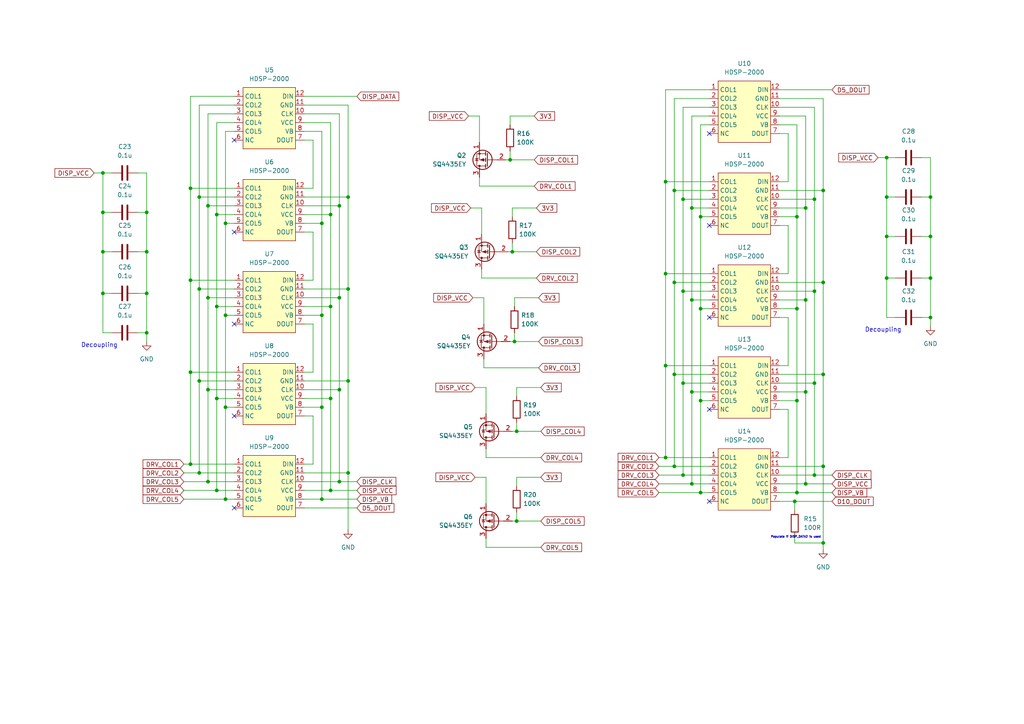
<source format=kicad_sch>
(kicad_sch (version 20230121) (generator eeschema)
  (paper "A4")
  (lib_symbols
    (symbol "Device:C" (pin_numbers hide) (pin_names (offset 0.254))
      (property "Reference" "C" (at 0.635 2.54 0))
      (property "Value" "C" (at 0.635 -2.54 0))
      (symbol "C_0_1"
        (polyline (pts (xy -2.032 -0.762) (xy 2.032 -0.762)) (stroke (width 0.508)))
        (polyline (pts (xy -2.032 0.762) (xy 2.032 0.762)) (stroke (width 0.508)))
      )
      (symbol "C_1_1"
        (pin passive line (at 0 3.81 270) (length 2.794) (name "~") (number "1"))
        (pin passive line (at 0 -3.81 90) (length 2.794) (name "~") (number "2"))
      )
    )
    (symbol "Device:Q_PMOS_SGD" (pin_names (offset 0) hide)
      (property "Reference" "Q" (at 5.08 1.27 0))
      (property "Value" "Q_PMOS_SGD" (at 5.08 -1.27 0))
      (symbol "Q_PMOS_SGD_0_1"
        (polyline (pts (xy 0.254 0) (xy -2.54 0)))
        (polyline (pts (xy 0.254 1.905) (xy 0.254 -1.905)) (stroke (width 0.254)))
        (polyline (pts (xy 0.762 -1.27) (xy 0.762 -2.286)) (stroke (width 0.254)))
        (polyline (pts (xy 0.762 0.508) (xy 0.762 -0.508)) (stroke (width 0.254)))
        (polyline (pts (xy 0.762 2.286) (xy 0.762 1.27)) (stroke (width 0.254)))
        (polyline (pts (xy 2.54 2.54) (xy 2.54 1.778)))
        (polyline (pts (xy 2.54 -2.54) (xy 2.54 0) (xy 0.762 0)))
        (polyline (pts (xy 0.762 1.778) (xy 3.302 1.778) (xy 3.302 -1.778) (xy 0.762 -1.778)))
        (polyline (pts (xy 2.286 0) (xy 1.27 0.381) (xy 1.27 -0.381) (xy 2.286 0)) (fill (type outline)))
        (polyline (pts (xy 2.794 -0.508) (xy 2.921 -0.381) (xy 3.683 -0.381) (xy 3.81 -0.254)))
        (polyline (pts (xy 3.302 -0.381) (xy 2.921 0.254) (xy 3.683 0.254) (xy 3.302 -0.381)))
        (circle (center 1.651 0) (radius 2.794) (stroke (width 0.254)))
        (circle (center 2.54 -1.778) (radius 0.254) (fill (type outline)))
        (circle (center 2.54 1.778) (radius 0.254) (fill (type outline)))
      )
      (symbol "Q_PMOS_SGD_1_1"
        (pin passive line (at 2.54 -5.08 90) (length 2.54) (name "S") (number "1"))
        (pin input line (at -5.08 0 0) (length 2.54) (name "G") (number "2"))
        (pin passive line (at 2.54 5.08 270) (length 2.54) (name "D") (number "3"))
      )
    )
    (symbol "Device:R" (pin_numbers hide) (pin_names (offset 0))
      (property "Reference" "R" (at 2.032 0 90))
      (property "Value" "R" (at 0 0 90))
      (symbol "R_0_1"
        (rectangle (start -1.016 -2.54) (end 1.016 2.54) (stroke (width 0.254)))
      )
      (symbol "R_1_1"
        (pin passive line (at 0 3.81 270) (length 1.27) (name "~") (number "1"))
        (pin passive line (at 0 -3.81 90) (length 1.27) (name "~") (number "2"))
      )
    )
    (symbol "components:HDSP2000"
      (property "Reference" "U" (at 0 0 0))
      (property "Value" "HDSP-2000" (at 0 -10.16 0))
      (symbol "HDSP2000_1_1"
        (rectangle (start -7.62 8.89) (end 7.62 -8.89) (fill (type background)))
        (pin input line (at -10.16 6.35 0) (length 2.54) (name "COL1") (number "1"))
        (pin input line (at 10.16 1.27 180) (length 2.54) (name "CLK") (number "10"))
        (pin input line (at 10.16 3.81 180) (length 2.54) (name "GND") (number "11"))
        (pin input line (at 10.16 6.35 180) (length 2.54) (name "DIN") (number "12"))
        (pin input line (at -10.16 3.81 0) (length 2.54) (name "COL2") (number "2"))
        (pin input line (at -10.16 1.27 0) (length 2.54) (name "COL3") (number "3"))
        (pin input line (at -10.16 -1.27 0) (length 2.54) (name "COL4") (number "4"))
        (pin input line (at -10.16 -3.81 0) (length 2.54) (name "COL5") (number "5"))
        (pin input line (at -10.16 -6.35 0) (length 2.54) (name "NC") (number "6"))
        (pin input line (at 10.16 -6.35 180) (length 2.54) (name "DOUT") (number "7"))
        (pin input line (at 10.16 -3.81 180) (length 2.54) (name "VB") (number "8"))
        (pin input line (at 10.16 -1.27 180) (length 2.54) (name "VCC") (number "9"))
      )
    )
    (symbol "power:GND" (power) (pin_names (offset 0))
      (property "Value" "GND" (at 0 -3.81 0))
      (symbol "GND_0_1"
        (polyline (pts (xy 0 0) (xy 0 -1.27) (xy 1.27 -1.27) (xy 0 -2.54) (xy -1.27 -1.27) (xy 0 -1.27)))
      )
      (symbol "GND_1_1"
        (pin power_in line (at 0 0 270) (length 0) hide (name "GND") (number "1"))
      )
    )
  )
  (junction (at 93.345 91.44))
  (junction (at 193.04 106.045))
  (junction (at 57.785 137.16))
  (junction (at 238.76 55.245))
  (junction (at 269.875 80.645))
  (junction (at 257.175 80.645))
  (junction (at 195.58 55.245))
  (junction (at 257.175 57.15))
  (junction (at 95.885 142.24))
  (junction (at 148.59 73.025))
  (junction (at 269.875 92.075))
  (junction (at 98.425 139.7))
  (junction (at 98.425 86.36))
  (junction (at 236.22 111.125))
  (junction (at 65.405 64.77))
  (junction (at 100.965 83.82))
  (junction (at 62.865 115.57))
  (junction (at 195.58 81.915))
  (junction (at 60.325 59.69))
  (junction (at 233.68 113.665))
  (junction (at 231.14 62.865))
  (junction (at 55.245 81.28))
  (junction (at 238.76 157.48))
  (junction (at 42.545 73.025))
  (junction (at 198.12 57.785))
  (junction (at 62.865 142.24))
  (junction (at 95.885 115.57))
  (junction (at 231.14 142.875))
  (junction (at 42.545 85.09))
  (junction (at 193.04 79.375))
  (junction (at 149.86 151.13))
  (junction (at 93.345 118.11))
  (junction (at 149.225 99.06))
  (junction (at 200.66 60.325))
  (junction (at 200.66 113.665))
  (junction (at 233.68 86.995))
  (junction (at 62.865 88.9))
  (junction (at 65.405 144.78))
  (junction (at 231.14 89.535))
  (junction (at 238.76 135.255))
  (junction (at 29.845 85.09))
  (junction (at 100.965 137.16))
  (junction (at 238.76 108.585))
  (junction (at 57.785 57.15))
  (junction (at 147.955 46.355))
  (junction (at 198.12 84.455))
  (junction (at 203.2 62.865))
  (junction (at 230.505 145.415))
  (junction (at 193.04 52.705))
  (junction (at 57.785 83.82))
  (junction (at 55.245 134.62))
  (junction (at 95.885 62.23))
  (junction (at 93.345 144.78))
  (junction (at 149.86 125.095))
  (junction (at 203.2 142.875))
  (junction (at 203.2 116.205))
  (junction (at 236.22 57.785))
  (junction (at 203.2 89.535))
  (junction (at 257.175 45.72))
  (junction (at 200.66 140.335))
  (junction (at 95.885 88.9))
  (junction (at 236.22 137.795))
  (junction (at 65.405 118.11))
  (junction (at 98.425 59.69))
  (junction (at 42.545 96.52))
  (junction (at 60.325 86.36))
  (junction (at 257.175 68.58))
  (junction (at 269.875 68.58))
  (junction (at 57.785 110.49))
  (junction (at 238.76 81.915))
  (junction (at 195.58 108.585))
  (junction (at 42.545 61.595))
  (junction (at 233.68 60.325))
  (junction (at 195.58 135.255))
  (junction (at 60.325 113.03))
  (junction (at 236.22 84.455))
  (junction (at 60.325 139.7))
  (junction (at 29.845 61.595))
  (junction (at 231.14 116.205))
  (junction (at 62.865 62.23))
  (junction (at 55.245 54.61))
  (junction (at 100.965 57.15))
  (junction (at 29.845 73.025))
  (junction (at 29.845 50.165))
  (junction (at 65.405 91.44))
  (junction (at 55.245 107.95))
  (junction (at 200.66 86.995))
  (junction (at 233.68 140.335))
  (junction (at 193.04 132.715))
  (junction (at 269.875 57.15))
  (junction (at 100.965 110.49))
  (junction (at 198.12 137.795))
  (junction (at 93.345 64.77))
  (junction (at 198.12 111.125))
  (junction (at 98.425 113.03))
  (no_connect (at 67.945 40.64))
  (no_connect (at 205.74 38.735))
  (no_connect (at 67.945 93.98))
  (no_connect (at 67.945 147.32))
  (no_connect (at 205.74 145.415))
  (no_connect (at 205.74 118.745))
  (no_connect (at 67.945 67.31))
  (no_connect (at 205.74 92.075))
  (no_connect (at 67.945 120.65))
  (no_connect (at 205.74 65.405))
  (wire (pts (xy 146.685 46.355) (xy 147.955 46.355)))
  (wire (pts (xy 42.545 61.595) (xy 42.545 73.025)))
  (wire (pts (xy 95.885 115.57) (xy 95.885 142.24)))
  (wire (pts (xy 191.135 140.335) (xy 200.66 140.335)))
  (wire (pts (xy 137.795 138.43) (xy 140.97 138.43)))
  (wire (pts (xy 62.865 88.9) (xy 67.945 88.9)))
  (wire (pts (xy 200.66 113.665) (xy 200.66 140.335)))
  (wire (pts (xy 193.04 106.045) (xy 193.04 132.715)))
  (wire (pts (xy 238.76 81.915) (xy 238.76 108.585)))
  (wire (pts (xy 200.66 60.325) (xy 205.74 60.325)))
  (wire (pts (xy 254.635 45.72) (xy 257.175 45.72)))
  (wire (pts (xy 65.405 64.77) (xy 67.945 64.77)))
  (wire (pts (xy 148.59 60.325) (xy 148.59 62.865)))
  (wire (pts (xy 228.6 92.075) (xy 228.6 106.045)))
  (wire (pts (xy 62.865 62.23) (xy 62.865 88.9)))
  (wire (pts (xy 60.325 59.69) (xy 60.325 86.36)))
  (wire (pts (xy 226.06 60.325) (xy 233.68 60.325)))
  (wire (pts (xy 149.86 138.43) (xy 149.86 140.97)))
  (wire (pts (xy 29.845 85.09) (xy 29.845 96.52)))
  (wire (pts (xy 88.265 93.98) (xy 90.805 93.98)))
  (wire (pts (xy 149.86 112.395) (xy 149.86 114.935)))
  (wire (pts (xy 100.965 30.48) (xy 100.965 57.15)))
  (wire (pts (xy 60.325 86.36) (xy 67.945 86.36)))
  (wire (pts (xy 269.875 92.075) (xy 267.335 92.075)))
  (wire (pts (xy 147.955 46.355) (xy 147.955 43.815)))
  (wire (pts (xy 139.065 53.975) (xy 154.94 53.975)))
  (wire (pts (xy 230.505 157.48) (xy 238.76 157.48)))
  (wire (pts (xy 148.59 73.025) (xy 148.59 70.485)))
  (wire (pts (xy 203.2 116.205) (xy 203.2 142.875)))
  (wire (pts (xy 90.805 81.28) (xy 88.265 81.28)))
  (wire (pts (xy 257.175 68.58) (xy 257.175 80.645)))
  (wire (pts (xy 65.405 91.44) (xy 65.405 118.11)))
  (wire (pts (xy 231.14 62.865) (xy 231.14 89.535)))
  (wire (pts (xy 139.065 51.435) (xy 139.065 53.975)))
  (wire (pts (xy 88.265 115.57) (xy 95.885 115.57)))
  (wire (pts (xy 60.325 113.03) (xy 60.325 139.7)))
  (wire (pts (xy 29.845 96.52) (xy 32.385 96.52)))
  (wire (pts (xy 236.22 137.795) (xy 241.3 137.795)))
  (wire (pts (xy 205.74 36.195) (xy 203.2 36.195)))
  (wire (pts (xy 140.335 106.68) (xy 156.21 106.68)))
  (wire (pts (xy 198.12 31.115) (xy 198.12 57.785)))
  (wire (pts (xy 100.965 57.15) (xy 100.965 83.82)))
  (wire (pts (xy 269.875 57.15) (xy 269.875 68.58)))
  (wire (pts (xy 233.68 60.325) (xy 233.68 86.995)))
  (wire (pts (xy 148.59 73.025) (xy 155.575 73.025)))
  (wire (pts (xy 62.865 35.56) (xy 62.865 62.23)))
  (wire (pts (xy 267.335 68.58) (xy 269.875 68.58)))
  (wire (pts (xy 88.265 62.23) (xy 95.885 62.23)))
  (wire (pts (xy 148.59 60.325) (xy 155.575 60.325)))
  (wire (pts (xy 228.6 52.705) (xy 226.06 52.705)))
  (wire (pts (xy 226.06 145.415) (xy 230.505 145.415)))
  (wire (pts (xy 233.68 86.995) (xy 233.68 113.665)))
  (wire (pts (xy 226.06 65.405) (xy 228.6 65.405)))
  (wire (pts (xy 67.945 27.94) (xy 55.245 27.94)))
  (wire (pts (xy 55.245 54.61) (xy 67.945 54.61)))
  (wire (pts (xy 226.06 57.785) (xy 236.22 57.785)))
  (wire (pts (xy 195.58 55.245) (xy 195.58 81.915)))
  (wire (pts (xy 67.945 38.1) (xy 65.405 38.1)))
  (wire (pts (xy 226.06 116.205) (xy 231.14 116.205)))
  (wire (pts (xy 55.245 107.95) (xy 55.245 134.62)))
  (wire (pts (xy 233.68 140.335) (xy 241.3 140.335)))
  (wire (pts (xy 67.945 30.48) (xy 57.785 30.48)))
  (wire (pts (xy 57.785 83.82) (xy 67.945 83.82)))
  (wire (pts (xy 60.325 59.69) (xy 67.945 59.69)))
  (wire (pts (xy 198.12 57.785) (xy 205.74 57.785)))
  (wire (pts (xy 269.875 45.72) (xy 269.875 57.15)))
  (wire (pts (xy 238.76 135.255) (xy 226.06 135.255)))
  (wire (pts (xy 98.425 113.03) (xy 98.425 139.7)))
  (wire (pts (xy 236.22 111.125) (xy 236.22 137.795)))
  (wire (pts (xy 60.325 86.36) (xy 60.325 113.03)))
  (wire (pts (xy 226.06 28.575) (xy 238.76 28.575)))
  (wire (pts (xy 257.175 57.15) (xy 257.175 68.58)))
  (wire (pts (xy 198.12 57.785) (xy 198.12 84.455)))
  (wire (pts (xy 60.325 139.7) (xy 67.945 139.7)))
  (wire (pts (xy 57.785 57.15) (xy 57.785 83.82)))
  (wire (pts (xy 203.2 116.205) (xy 205.74 116.205)))
  (wire (pts (xy 198.12 84.455) (xy 205.74 84.455)))
  (wire (pts (xy 257.175 92.075) (xy 259.715 92.075)))
  (wire (pts (xy 55.245 81.28) (xy 55.245 107.95)))
  (wire (pts (xy 191.135 137.795) (xy 198.12 137.795)))
  (wire (pts (xy 88.265 113.03) (xy 98.425 113.03)))
  (wire (pts (xy 231.14 116.205) (xy 231.14 142.875)))
  (wire (pts (xy 88.265 83.82) (xy 100.965 83.82)))
  (wire (pts (xy 90.805 54.61) (xy 88.265 54.61)))
  (wire (pts (xy 147.955 33.655) (xy 147.955 36.195)))
  (wire (pts (xy 42.545 50.165) (xy 42.545 61.595)))
  (wire (pts (xy 269.875 80.645) (xy 269.875 92.075)))
  (wire (pts (xy 65.405 38.1) (xy 65.405 64.77)))
  (wire (pts (xy 191.135 135.255) (xy 195.58 135.255)))
  (wire (pts (xy 57.785 110.49) (xy 67.945 110.49)))
  (wire (pts (xy 149.86 125.095) (xy 156.845 125.095)))
  (wire (pts (xy 42.545 73.025) (xy 42.545 85.09)))
  (wire (pts (xy 140.335 104.14) (xy 140.335 106.68)))
  (wire (pts (xy 140.97 158.75) (xy 156.845 158.75)))
  (wire (pts (xy 88.265 64.77) (xy 93.345 64.77)))
  (wire (pts (xy 93.345 38.1) (xy 93.345 64.77)))
  (wire (pts (xy 62.865 115.57) (xy 62.865 142.24)))
  (wire (pts (xy 60.325 33.02) (xy 60.325 59.69)))
  (wire (pts (xy 88.265 57.15) (xy 100.965 57.15)))
  (wire (pts (xy 53.34 144.78) (xy 65.405 144.78)))
  (wire (pts (xy 238.76 55.245) (xy 238.76 81.915)))
  (wire (pts (xy 257.175 80.645) (xy 259.715 80.645)))
  (wire (pts (xy 57.785 137.16) (xy 67.945 137.16)))
  (wire (pts (xy 60.325 113.03) (xy 67.945 113.03)))
  (wire (pts (xy 236.22 57.785) (xy 236.22 84.455)))
  (wire (pts (xy 149.225 99.06) (xy 156.21 99.06)))
  (wire (pts (xy 55.245 107.95) (xy 67.945 107.95)))
  (wire (pts (xy 230.505 155.575) (xy 230.505 157.48)))
  (wire (pts (xy 140.97 146.05) (xy 140.97 138.43)))
  (wire (pts (xy 195.58 28.575) (xy 195.58 55.245)))
  (wire (pts (xy 139.065 41.275) (xy 139.065 33.655)))
  (wire (pts (xy 136.525 60.325) (xy 139.7 60.325)))
  (wire (pts (xy 257.175 68.58) (xy 259.715 68.58)))
  (wire (pts (xy 148.59 151.13) (xy 149.86 151.13)))
  (wire (pts (xy 228.6 79.375) (xy 226.06 79.375)))
  (wire (pts (xy 29.845 50.165) (xy 29.845 61.595)))
  (wire (pts (xy 195.58 55.245) (xy 205.74 55.245)))
  (wire (pts (xy 140.97 156.21) (xy 140.97 158.75)))
  (wire (pts (xy 267.335 45.72) (xy 269.875 45.72)))
  (wire (pts (xy 233.68 33.655) (xy 233.68 60.325)))
  (wire (pts (xy 57.785 83.82) (xy 57.785 110.49)))
  (wire (pts (xy 226.06 89.535) (xy 231.14 89.535)))
  (wire (pts (xy 65.405 144.78) (xy 67.945 144.78)))
  (wire (pts (xy 231.14 142.875) (xy 241.3 142.875)))
  (wire (pts (xy 88.265 30.48) (xy 100.965 30.48)))
  (wire (pts (xy 226.06 38.735) (xy 228.6 38.735)))
  (wire (pts (xy 88.265 147.32) (xy 103.505 147.32)))
  (wire (pts (xy 226.06 26.035) (xy 241.3 26.035)))
  (wire (pts (xy 29.845 73.025) (xy 29.845 85.09)))
  (wire (pts (xy 203.2 142.875) (xy 205.74 142.875)))
  (wire (pts (xy 228.6 106.045) (xy 226.06 106.045)))
  (wire (pts (xy 62.865 142.24) (xy 67.945 142.24)))
  (wire (pts (xy 65.405 91.44) (xy 67.945 91.44)))
  (wire (pts (xy 233.68 113.665) (xy 233.68 140.335)))
  (wire (pts (xy 140.335 93.98) (xy 140.335 86.36)))
  (wire (pts (xy 93.345 118.11) (xy 93.345 144.78)))
  (wire (pts (xy 238.76 135.255) (xy 238.76 157.48)))
  (wire (pts (xy 257.175 45.72) (xy 259.715 45.72)))
  (wire (pts (xy 200.66 60.325) (xy 200.66 86.995)))
  (wire (pts (xy 93.345 144.78) (xy 103.505 144.78)))
  (wire (pts (xy 149.86 138.43) (xy 156.845 138.43)))
  (wire (pts (xy 198.12 84.455) (xy 198.12 111.125)))
  (wire (pts (xy 193.04 79.375) (xy 205.74 79.375)))
  (wire (pts (xy 149.225 86.36) (xy 149.225 88.9)))
  (wire (pts (xy 269.875 57.15) (xy 267.335 57.15)))
  (wire (pts (xy 228.6 38.735) (xy 228.6 52.705)))
  (wire (pts (xy 195.58 108.585) (xy 195.58 135.255)))
  (wire (pts (xy 100.965 83.82) (xy 100.965 110.49)))
  (wire (pts (xy 238.76 157.48) (xy 238.76 159.385)))
  (wire (pts (xy 200.66 86.995) (xy 205.74 86.995)))
  (wire (pts (xy 230.505 145.415) (xy 230.505 147.955)))
  (wire (pts (xy 231.14 89.535) (xy 231.14 116.205)))
  (wire (pts (xy 95.885 142.24) (xy 103.505 142.24)))
  (wire (pts (xy 193.04 132.715) (xy 205.74 132.715)))
  (wire (pts (xy 65.405 118.11) (xy 67.945 118.11)))
  (wire (pts (xy 236.22 31.115) (xy 236.22 57.785)))
  (wire (pts (xy 226.06 31.115) (xy 236.22 31.115)))
  (wire (pts (xy 62.865 62.23) (xy 67.945 62.23)))
  (wire (pts (xy 88.265 67.31) (xy 90.805 67.31)))
  (wire (pts (xy 205.74 26.035) (xy 193.04 26.035)))
  (wire (pts (xy 149.86 151.13) (xy 149.86 148.59)))
  (wire (pts (xy 90.805 93.98) (xy 90.805 107.95)))
  (wire (pts (xy 228.6 132.715) (xy 226.06 132.715)))
  (wire (pts (xy 140.97 130.175) (xy 140.97 132.715)))
  (wire (pts (xy 57.785 30.48) (xy 57.785 57.15)))
  (wire (pts (xy 93.345 64.77) (xy 93.345 91.44)))
  (wire (pts (xy 231.14 36.195) (xy 231.14 62.865)))
  (wire (pts (xy 148.59 125.095) (xy 149.86 125.095)))
  (wire (pts (xy 228.6 65.405) (xy 228.6 79.375)))
  (wire (pts (xy 88.265 86.36) (xy 98.425 86.36)))
  (wire (pts (xy 100.965 110.49) (xy 100.965 137.16)))
  (wire (pts (xy 195.58 81.915) (xy 205.74 81.915)))
  (wire (pts (xy 88.265 35.56) (xy 95.885 35.56)))
  (wire (pts (xy 198.12 111.125) (xy 205.74 111.125)))
  (wire (pts (xy 100.965 137.16) (xy 88.265 137.16)))
  (wire (pts (xy 226.06 108.585) (xy 238.76 108.585)))
  (wire (pts (xy 226.06 92.075) (xy 228.6 92.075)))
  (wire (pts (xy 238.76 28.575) (xy 238.76 55.245)))
  (wire (pts (xy 29.845 73.025) (xy 32.385 73.025)))
  (wire (pts (xy 269.875 92.075) (xy 269.875 94.615)))
  (wire (pts (xy 27.305 50.165) (xy 29.845 50.165)))
  (wire (pts (xy 257.175 45.72) (xy 257.175 57.15)))
  (wire (pts (xy 100.965 137.16) (xy 100.965 153.67)))
  (wire (pts (xy 55.245 54.61) (xy 55.245 81.28)))
  (wire (pts (xy 95.885 142.24) (xy 88.265 142.24)))
  (wire (pts (xy 139.7 78.105) (xy 139.7 80.645)))
  (wire (pts (xy 88.265 33.02) (xy 98.425 33.02)))
  (wire (pts (xy 193.04 52.705) (xy 193.04 79.375)))
  (wire (pts (xy 95.885 88.9) (xy 95.885 115.57)))
  (wire (pts (xy 238.76 108.585) (xy 238.76 135.255)))
  (wire (pts (xy 205.74 28.575) (xy 195.58 28.575)))
  (wire (pts (xy 200.66 86.995) (xy 200.66 113.665)))
  (wire (pts (xy 65.405 64.77) (xy 65.405 91.44)))
  (wire (pts (xy 193.04 106.045) (xy 205.74 106.045)))
  (wire (pts (xy 42.545 96.52) (xy 42.545 99.06)))
  (wire (pts (xy 205.74 33.655) (xy 200.66 33.655)))
  (wire (pts (xy 139.7 80.645) (xy 155.575 80.645)))
  (wire (pts (xy 203.2 62.865) (xy 205.74 62.865)))
  (wire (pts (xy 98.425 59.69) (xy 98.425 86.36)))
  (wire (pts (xy 88.265 118.11) (xy 93.345 118.11)))
  (wire (pts (xy 149.225 86.36) (xy 156.21 86.36)))
  (wire (pts (xy 55.245 134.62) (xy 67.945 134.62)))
  (wire (pts (xy 88.265 120.65) (xy 90.805 120.65)))
  (wire (pts (xy 226.06 84.455) (xy 236.22 84.455)))
  (wire (pts (xy 88.265 59.69) (xy 98.425 59.69)))
  (wire (pts (xy 137.795 112.395) (xy 140.97 112.395)))
  (wire (pts (xy 233.68 140.335) (xy 226.06 140.335)))
  (wire (pts (xy 93.345 91.44) (xy 93.345 118.11)))
  (wire (pts (xy 90.805 67.31) (xy 90.805 81.28)))
  (wire (pts (xy 65.405 118.11) (xy 65.405 144.78)))
  (wire (pts (xy 198.12 137.795) (xy 205.74 137.795)))
  (wire (pts (xy 40.005 85.09) (xy 42.545 85.09)))
  (wire (pts (xy 67.945 35.56) (xy 62.865 35.56)))
  (wire (pts (xy 53.34 142.24) (xy 62.865 142.24)))
  (wire (pts (xy 226.06 81.915) (xy 238.76 81.915)))
  (wire (pts (xy 62.865 115.57) (xy 67.945 115.57)))
  (wire (pts (xy 228.6 118.745) (xy 228.6 132.715)))
  (wire (pts (xy 226.06 113.665) (xy 233.68 113.665)))
  (wire (pts (xy 98.425 86.36) (xy 98.425 113.03)))
  (wire (pts (xy 57.785 110.49) (xy 57.785 137.16)))
  (wire (pts (xy 149.225 99.06) (xy 149.225 96.52)))
  (wire (pts (xy 200.66 140.335) (xy 205.74 140.335)))
  (wire (pts (xy 226.06 118.745) (xy 228.6 118.745)))
  (wire (pts (xy 53.34 139.7) (xy 60.325 139.7)))
  (wire (pts (xy 226.06 62.865) (xy 231.14 62.865)))
  (wire (pts (xy 147.32 73.025) (xy 148.59 73.025)))
  (wire (pts (xy 149.86 125.095) (xy 149.86 122.555)))
  (wire (pts (xy 90.805 120.65) (xy 90.805 134.62)))
  (wire (pts (xy 53.34 134.62) (xy 55.245 134.62)))
  (wire (pts (xy 98.425 33.02) (xy 98.425 59.69)))
  (wire (pts (xy 226.06 36.195) (xy 231.14 36.195)))
  (wire (pts (xy 236.22 137.795) (xy 226.06 137.795)))
  (wire (pts (xy 200.66 113.665) (xy 205.74 113.665)))
  (wire (pts (xy 98.425 139.7) (xy 88.265 139.7)))
  (wire (pts (xy 67.945 33.02) (xy 60.325 33.02)))
  (wire (pts (xy 42.545 96.52) (xy 40.005 96.52)))
  (wire (pts (xy 149.86 151.13) (xy 156.845 151.13)))
  (wire (pts (xy 88.265 27.94) (xy 103.505 27.94)))
  (wire (pts (xy 29.845 50.165) (xy 32.385 50.165)))
  (wire (pts (xy 88.265 38.1) (xy 93.345 38.1)))
  (wire (pts (xy 198.12 111.125) (xy 198.12 137.795)))
  (wire (pts (xy 29.845 85.09) (xy 32.385 85.09)))
  (wire (pts (xy 139.7 67.945) (xy 139.7 60.325)))
  (wire (pts (xy 147.955 46.355) (xy 154.94 46.355)))
  (wire (pts (xy 88.265 40.64) (xy 90.805 40.64)))
  (wire (pts (xy 269.875 68.58) (xy 269.875 80.645)))
  (wire (pts (xy 203.2 89.535) (xy 205.74 89.535)))
  (wire (pts (xy 55.245 81.28) (xy 67.945 81.28)))
  (wire (pts (xy 226.06 33.655) (xy 233.68 33.655)))
  (wire (pts (xy 95.885 62.23) (xy 95.885 88.9)))
  (wire (pts (xy 203.2 89.535) (xy 203.2 116.205)))
  (wire (pts (xy 226.06 111.125) (xy 236.22 111.125)))
  (wire (pts (xy 193.04 52.705) (xy 205.74 52.705)))
  (wire (pts (xy 93.345 144.78) (xy 88.265 144.78)))
  (wire (pts (xy 257.175 80.645) (xy 257.175 92.075)))
  (wire (pts (xy 231.14 142.875) (xy 226.06 142.875)))
  (wire (pts (xy 40.005 50.165) (xy 42.545 50.165)))
  (wire (pts (xy 88.265 91.44) (xy 93.345 91.44)))
  (wire (pts (xy 226.06 86.995) (xy 233.68 86.995)))
  (wire (pts (xy 95.885 35.56) (xy 95.885 62.23)))
  (wire (pts (xy 195.58 135.255) (xy 205.74 135.255)))
  (wire (pts (xy 147.955 33.655) (xy 154.94 33.655)))
  (wire (pts (xy 29.845 61.595) (xy 29.845 73.025)))
  (wire (pts (xy 230.505 145.415) (xy 241.3 145.415)))
  (wire (pts (xy 88.265 110.49) (xy 100.965 110.49)))
  (wire (pts (xy 203.2 36.195) (xy 203.2 62.865)))
  (wire (pts (xy 57.785 57.15) (xy 67.945 57.15)))
  (wire (pts (xy 29.845 61.595) (xy 32.385 61.595)))
  (wire (pts (xy 195.58 108.585) (xy 205.74 108.585)))
  (wire (pts (xy 55.245 27.94) (xy 55.245 54.61)))
  (wire (pts (xy 53.34 137.16) (xy 57.785 137.16)))
  (wire (pts (xy 40.005 73.025) (xy 42.545 73.025)))
  (wire (pts (xy 205.74 31.115) (xy 198.12 31.115)))
  (wire (pts (xy 193.04 79.375) (xy 193.04 106.045)))
  (wire (pts (xy 193.04 26.035) (xy 193.04 52.705)))
  (wire (pts (xy 267.335 80.645) (xy 269.875 80.645)))
  (wire (pts (xy 90.805 134.62) (xy 88.265 134.62)))
  (wire (pts (xy 42.545 85.09) (xy 42.545 96.52)))
  (wire (pts (xy 147.955 99.06) (xy 149.225 99.06)))
  (wire (pts (xy 42.545 61.595) (xy 40.005 61.595)))
  (wire (pts (xy 149.86 112.395) (xy 156.845 112.395)))
  (wire (pts (xy 140.97 132.715) (xy 156.845 132.715)))
  (wire (pts (xy 195.58 81.915) (xy 195.58 108.585)))
  (wire (pts (xy 140.97 120.015) (xy 140.97 112.395)))
  (wire (pts (xy 62.865 88.9) (xy 62.865 115.57)))
  (wire (pts (xy 90.805 107.95) (xy 88.265 107.95)))
  (wire (pts (xy 137.16 86.36) (xy 140.335 86.36)))
  (wire (pts (xy 90.805 40.64) (xy 90.805 54.61)))
  (wire (pts (xy 203.2 62.865) (xy 203.2 89.535)))
  (wire (pts (xy 191.135 132.715) (xy 193.04 132.715)))
  (wire (pts (xy 135.89 33.655) (xy 139.065 33.655)))
  (wire (pts (xy 88.265 88.9) (xy 95.885 88.9)))
  (wire (pts (xy 98.425 139.7) (xy 103.505 139.7)))
  (wire (pts (xy 226.06 55.245) (xy 238.76 55.245)))
  (wire (pts (xy 257.175 57.15) (xy 259.715 57.15)))
  (wire (pts (xy 236.22 84.455) (xy 236.22 111.125)))
  (wire (pts (xy 200.66 33.655) (xy 200.66 60.325)))
  (wire (pts (xy 191.135 142.875) (xy 203.2 142.875)))
  (text "Decoupling" (at 23.495 100.965 0) (effects (font (size 1.27 1.27)) (justify left bottom)))
  (text "Populate if DISP_DATA2 is used" (at 223.52 156.21 0) (effects (font (size 0.6 0.6)) (justify left bottom)))
  (text "Decoupling" (at 250.825 96.52 0) (effects (font (size 1.27 1.27)) (justify left bottom)))
  (global_label "DISP_CLK" (shape input) (at 241.3 137.795 0) (property "Intersheetrefs" "${INTERSHEET_REFS}" (effects hide)))
  (global_label "DRV_COL4" (shape input) (at 191.135 140.335 180) (property "Intersheetrefs" "${INTERSHEET_REFS}" (effects hide)))
  (global_label "DRV_COL1" (shape input) (at 53.34 134.62 180) (property "Intersheetrefs" "${INTERSHEET_REFS}" (effects hide)))
  (global_label "DRV_COL5" (shape input) (at 53.34 144.78 180) (property "Intersheetrefs" "${INTERSHEET_REFS}" (effects hide)))
  (global_label "DISP_CLK" (shape input) (at 103.505 139.7 0) (property "Intersheetrefs" "${INTERSHEET_REFS}" (effects hide)))
  (global_label "DRV_COL5" (shape input) (at 191.135 142.875 180) (property "Intersheetrefs" "${INTERSHEET_REFS}" (effects hide)))
  (global_label "DISP_COL2" (shape input) (at 155.575 73.025 0) (property "Intersheetrefs" "${INTERSHEET_REFS}" (effects hide)))
  (global_label "DRV_COL3" (shape input) (at 191.135 137.795 180) (property "Intersheetrefs" "${INTERSHEET_REFS}" (effects hide)))
  (global_label "DISP_VCC" (shape input) (at 27.305 50.165 180) (property "Intersheetrefs" "${INTERSHEET_REFS}" (effects hide)))
  (global_label "D5_DOUT" (shape input) (at 241.3 26.035 0) (property "Intersheetrefs" "${INTERSHEET_REFS}" (effects hide)))
  (global_label "DRV_COL4" (shape input) (at 156.845 132.715 0) (property "Intersheetrefs" "${INTERSHEET_REFS}" (effects hide)))
  (global_label "DRV_COL1" (shape input) (at 154.94 53.975 0) (property "Intersheetrefs" "${INTERSHEET_REFS}" (effects hide)))
  (global_label "DRV_COL2" (shape input) (at 155.575 80.645 0) (property "Intersheetrefs" "${INTERSHEET_REFS}" (effects hide)))
  (global_label "DISP_VCC" (shape input) (at 137.795 138.43 180) (property "Intersheetrefs" "${INTERSHEET_REFS}" (effects hide)))
  (global_label "DRV_COL3" (shape input) (at 53.34 139.7 180) (property "Intersheetrefs" "${INTERSHEET_REFS}" (effects hide)))
  (global_label "DISP_COL1" (shape input) (at 154.94 46.355 0) (property "Intersheetrefs" "${INTERSHEET_REFS}" (effects hide)))
  (global_label "DISP_COL4" (shape input) (at 156.845 125.095 0) (property "Intersheetrefs" "${INTERSHEET_REFS}" (effects hide)))
  (global_label "DISP_VCC" (shape input) (at 241.3 140.335 0) (property "Intersheetrefs" "${INTERSHEET_REFS}" (effects hide)))
  (global_label "DISP_VCC" (shape input) (at 136.525 60.325 180) (property "Intersheetrefs" "${INTERSHEET_REFS}" (effects hide)))
  (global_label "3V3" (shape input) (at 156.845 138.43 0) (property "Intersheetrefs" "${INTERSHEET_REFS}" (effects hide)))
  (global_label "DISP_VCC" (shape input) (at 254.635 45.72 180) (property "Intersheetrefs" "${INTERSHEET_REFS}" (effects hide)))
  (global_label "3V3" (shape input) (at 154.94 33.655 0) (property "Intersheetrefs" "${INTERSHEET_REFS}" (effects hide)))
  (global_label "3V3" (shape input) (at 156.21 86.36 0) (property "Intersheetrefs" "${INTERSHEET_REFS}" (effects hide)))
  (global_label "DRV_COL3" (shape input) (at 156.21 106.68 0) (property "Intersheetrefs" "${INTERSHEET_REFS}" (effects hide)))
  (global_label "DISP_VCC" (shape input) (at 103.505 142.24 0) (property "Intersheetrefs" "${INTERSHEET_REFS}" (effects hide)))
  (global_label "DISP_VCC" (shape input) (at 135.89 33.655 180) (property "Intersheetrefs" "${INTERSHEET_REFS}" (effects hide)))
  (global_label "DRV_COL4" (shape input) (at 53.34 142.24 180) (property "Intersheetrefs" "${INTERSHEET_REFS}" (effects hide)))
  (global_label "DISP_VB" (shape input) (at 241.3 142.875 0) (property "Intersheetrefs" "${INTERSHEET_REFS}" (effects hide)))
  (global_label "DRV_COL1" (shape input) (at 191.135 132.715 180) (property "Intersheetrefs" "${INTERSHEET_REFS}" (effects hide)))
  (global_label "3V3" (shape input) (at 155.575 60.325 0) (property "Intersheetrefs" "${INTERSHEET_REFS}" (effects hide)))
  (global_label "DISP_VB" (shape input) (at 103.505 144.78 0) (property "Intersheetrefs" "${INTERSHEET_REFS}" (effects hide)))
  (global_label "D10_DOUT" (shape input) (at 241.3 145.415 0) (property "Intersheetrefs" "${INTERSHEET_REFS}" (effects hide)))
  (global_label "DRV_COL2" (shape input) (at 191.135 135.255 180) (property "Intersheetrefs" "${INTERSHEET_REFS}" (effects hide)))
  (global_label "DRV_COL2" (shape input) (at 53.34 137.16 180) (property "Intersheetrefs" "${INTERSHEET_REFS}" (effects hide)))
  (global_label "DRV_COL5" (shape input) (at 156.845 158.75 0) (property "Intersheetrefs" "${INTERSHEET_REFS}" (effects hide)))
  (global_label "3V3" (shape input) (at 156.845 112.395 0) (property "Intersheetrefs" "${INTERSHEET_REFS}" (effects hide)))
  (global_label "DISP_COL3" (shape input) (at 156.21 99.06 0) (property "Intersheetrefs" "${INTERSHEET_REFS}" (effects hide)))
  (global_label "DISP_DATA" (shape input) (at 103.505 27.94 0) (property "Intersheetrefs" "${INTERSHEET_REFS}" (effects hide)))
  (global_label "D5_DOUT" (shape input) (at 103.505 147.32 0) (property "Intersheetrefs" "${INTERSHEET_REFS}" (effects hide)))
  (global_label "DISP_VCC" (shape input) (at 137.795 112.395 180) (property "Intersheetrefs" "${INTERSHEET_REFS}" (effects hide)))
  (global_label "DISP_VCC" (shape input) (at 137.16 86.36 180) (property "Intersheetrefs" "${INTERSHEET_REFS}" (effects hide)))
  (global_label "DISP_COL5" (shape input) (at 156.845 151.13 0) (property "Intersheetrefs" "${INTERSHEET_REFS}" (effects hide)))
  (symbol (lib_id "components:HDSP2000") (at 78.105 34.29 0) (unit 1)
    (property "Reference" "U5" (at 78.105 20.32 0))
    (property "Value" "HDSP-2000" (at 78.105 22.86 0))
    (property "Footprint" "components:HDSP_DIP12" (effects hide))
  )
  (symbol (lib_id "components:HDSP2000") (at 78.105 114.3 0) (unit 1)
    (property "Reference" "U8" (at 78.105 100.33 0))
    (property "Value" "HDSP-2000" (at 78.105 102.87 0))
    (property "Footprint" "components:HDSP_DIP12" (effects hide))
  )
  (symbol (lib_id "components:HDSP2000") (at 78.105 87.63 0) (unit 1)
    (property "Reference" "U7" (at 78.105 73.66 0))
    (property "Value" "HDSP-2000" (at 78.105 76.2 0))
    (property "Footprint" "components:HDSP_DIP12" (effects hide))
  )
  (symbol (lib_id "Device:Q_PMOS_SGD") (at 143.51 151.13 180) (unit 1)
    (property "Reference" "Q6" (at 137.16 149.86 0) (effects (justify left)))
    (property "Value" "SQ4435EY" (at 137.16 152.4 0) (effects (justify left)))
    (property "Footprint" "components:SO8_MOSFET_S3G1D4" (effects hide))
  )
  (symbol (lib_id "components:HDSP2000") (at 215.9 32.385 0) (unit 1)
    (property "Reference" "U10" (at 215.9 18.415 0))
    (property "Value" "HDSP-2000" (at 215.9 20.955 0))
    (property "Footprint" "components:HDSP_DIP12" (effects hide))
  )
  (symbol (lib_id "Device:R") (at 149.86 144.78 0) (unit 1)
    (property "Reference" "R20" (at 151.765 143.51 0) (effects (justify left)))
    (property "Value" "100K" (at 151.765 146.05 0) (effects (justify left)))
    (property "Footprint" "Resistor_SMD:R_0603_1608Metric" (effects hide))
  )
  (symbol (lib_id "components:HDSP2000") (at 215.9 112.395 0) (unit 1)
    (property "Reference" "U13" (at 215.9 98.425 0))
    (property "Value" "HDSP-2000" (at 215.9 100.965 0))
    (property "Footprint" "components:HDSP_DIP12" (effects hide))
  )
  (symbol (lib_id "Device:C") (at 36.195 85.09 90) (unit 1)
    (property "Reference" "C26" (at 36.195 77.47 90))
    (property "Value" "0.1u" (at 36.195 80.01 90))
    (property "Footprint" "Capacitor_SMD:C_0603_1608Metric" (effects hide))
  )
  (symbol (lib_id "Device:Q_PMOS_SGD") (at 142.875 99.06 180) (unit 1)
    (property "Reference" "Q4" (at 136.525 97.79 0) (effects (justify left)))
    (property "Value" "SQ4435EY" (at 136.525 100.33 0) (effects (justify left)))
    (property "Footprint" "components:SO8_MOSFET_S3G1D4" (effects hide))
  )
  (symbol (lib_id "Device:Q_PMOS_SGD") (at 141.605 46.355 180) (unit 1)
    (property "Reference" "Q2" (at 135.255 45.085 0) (effects (justify left)))
    (property "Value" "SQ4435EY" (at 135.255 47.625 0) (effects (justify left)))
    (property "Footprint" "components:SO8_MOSFET_S3G1D4" (effects hide))
  )
  (symbol (lib_id "Device:C") (at 263.525 68.58 90) (unit 1)
    (property "Reference" "C30" (at 263.525 60.96 90))
    (property "Value" "0.1u" (at 263.525 63.5 90))
    (property "Footprint" "Capacitor_SMD:C_0603_1608Metric" (effects hide))
  )
  (symbol (lib_id "Device:C") (at 36.195 73.025 90) (unit 1)
    (property "Reference" "C25" (at 36.195 65.405 90))
    (property "Value" "0.1u" (at 36.195 67.945 90))
    (property "Footprint" "Capacitor_SMD:C_0603_1608Metric" (effects hide))
  )
  (symbol (lib_id "Device:Q_PMOS_SGD") (at 143.51 125.095 180) (unit 1)
    (property "Reference" "Q5" (at 137.16 123.825 0) (effects (justify left)))
    (property "Value" "SQ4435EY" (at 137.16 126.365 0) (effects (justify left)))
    (property "Footprint" "components:SO8_MOSFET_S3G1D4" (effects hide))
  )
  (symbol (lib_id "Device:C") (at 36.195 61.595 90) (unit 1)
    (property "Reference" "C24" (at 36.195 53.975 90))
    (property "Value" "0.1u" (at 36.195 56.515 90))
    (property "Footprint" "Capacitor_SMD:C_0603_1608Metric" (effects hide))
  )
  (symbol (lib_id "Device:R") (at 147.955 40.005 0) (unit 1)
    (property "Reference" "R16" (at 149.86 38.735 0) (effects (justify left)))
    (property "Value" "100K" (at 149.86 41.275 0) (effects (justify left)))
    (property "Footprint" "Resistor_SMD:R_0603_1608Metric" (effects hide))
  )
  (symbol (lib_id "Device:C") (at 263.525 80.645 90) (unit 1)
    (property "Reference" "C31" (at 263.525 73.025 90))
    (property "Value" "0.1u" (at 263.525 75.565 90))
    (property "Footprint" "Capacitor_SMD:C_0603_1608Metric" (effects hide))
  )
  (symbol (lib_id "power:GND") (at 42.545 99.06 0) (unit 1)
    (property "Reference" "#PWR06" (effects hide))
    (property "Value" "GND" (at 42.545 104.14 0))
  )
  (symbol (lib_id "components:HDSP2000") (at 215.9 85.725 0) (unit 1)
    (property "Reference" "U12" (at 215.9 71.755 0))
    (property "Value" "HDSP-2000" (at 215.9 74.295 0))
    (property "Footprint" "components:HDSP_DIP12" (effects hide))
  )
  (symbol (lib_id "Device:Q_PMOS_SGD") (at 142.24 73.025 180) (unit 1)
    (property "Reference" "Q3" (at 135.89 71.755 0) (effects (justify left)))
    (property "Value" "SQ4435EY" (at 135.89 74.295 0) (effects (justify left)))
    (property "Footprint" "components:SO8_MOSFET_S3G1D4" (effects hide))
  )
  (symbol (lib_id "components:HDSP2000") (at 78.105 60.96 0) (unit 1)
    (property "Reference" "U6" (at 78.105 46.99 0))
    (property "Value" "HDSP-2000" (at 78.105 49.53 0))
    (property "Footprint" "components:HDSP_DIP12" (effects hide))
  )
  (symbol (lib_id "Device:C") (at 263.525 45.72 90) (unit 1)
    (property "Reference" "C28" (at 263.525 38.1 90))
    (property "Value" "0.1u" (at 263.525 40.64 90))
    (property "Footprint" "Capacitor_SMD:C_0603_1608Metric" (effects hide))
  )
  (symbol (lib_id "Device:C") (at 36.195 96.52 90) (unit 1)
    (property "Reference" "C27" (at 36.195 88.9 90))
    (property "Value" "0.1u" (at 36.195 91.44 90))
    (property "Footprint" "Capacitor_SMD:C_0603_1608Metric" (effects hide))
  )
  (symbol (lib_id "components:HDSP2000") (at 215.9 139.065 0) (unit 1)
    (property "Reference" "U14" (at 215.9 125.095 0))
    (property "Value" "HDSP-2000" (at 215.9 127.635 0))
    (property "Footprint" "components:HDSP_DIP12" (effects hide))
  )
  (symbol (lib_id "Device:R") (at 149.225 92.71 0) (unit 1)
    (property "Reference" "R18" (at 151.13 91.44 0) (effects (justify left)))
    (property "Value" "100K" (at 151.13 93.98 0) (effects (justify left)))
    (property "Footprint" "Resistor_SMD:R_0603_1608Metric" (effects hide))
  )
  (symbol (lib_id "components:HDSP2000") (at 215.9 59.055 0) (unit 1)
    (property "Reference" "U11" (at 215.9 45.085 0))
    (property "Value" "HDSP-2000" (at 215.9 47.625 0))
    (property "Footprint" "components:HDSP_DIP12" (effects hide))
  )
  (symbol (lib_id "power:GND") (at 238.76 159.385 0) (unit 1)
    (property "Reference" "#PWR02" (effects hide))
    (property "Value" "GND" (at 238.76 164.465 0))
  )
  (symbol (lib_id "power:GND") (at 269.875 94.615 0) (unit 1)
    (property "Reference" "#PWR07" (effects hide))
    (property "Value" "GND" (at 269.875 99.695 0))
  )
  (symbol (lib_id "Device:C") (at 263.525 92.075 90) (unit 1)
    (property "Reference" "C32" (at 263.525 84.455 90))
    (property "Value" "0.1u" (at 263.525 86.995 90))
    (property "Footprint" "Capacitor_SMD:C_0603_1608Metric" (effects hide))
  )
  (symbol (lib_id "Device:R") (at 149.86 118.745 0) (unit 1)
    (property "Reference" "R19" (at 151.765 117.475 0) (effects (justify left)))
    (property "Value" "100K" (at 151.765 120.015 0) (effects (justify left)))
    (property "Footprint" "Resistor_SMD:R_0603_1608Metric" (effects hide))
  )
  (symbol (lib_id "Device:C") (at 263.525 57.15 90) (unit 1)
    (property "Reference" "C29" (at 263.525 49.53 90))
    (property "Value" "0.1u" (at 263.525 52.07 90))
    (property "Footprint" "Capacitor_SMD:C_0603_1608Metric" (effects hide))
  )
  (symbol (lib_id "Device:R") (at 230.505 151.765 0) (unit 1)
    (property "Reference" "R15" (at 233.045 150.495 0) (effects (justify left)))
    (property "Value" "100R" (at 233.045 153.035 0) (effects (justify left)))
    (property "Footprint" "Resistor_SMD:R_0603_1608Metric" (effects hide))
  )
  (symbol (lib_id "Device:R") (at 148.59 66.675 0) (unit 1)
    (property "Reference" "R17" (at 150.495 65.405 0) (effects (justify left)))
    (property "Value" "100K" (at 150.495 67.945 0) (effects (justify left)))
    (property "Footprint" "Resistor_SMD:R_0603_1608Metric" (effects hide))
  )
  (symbol (lib_id "components:HDSP2000") (at 78.105 140.97 0) (unit 1)
    (property "Reference" "U9" (at 78.105 127 0))
    (property "Value" "HDSP-2000" (at 78.105 129.54 0))
    (property "Footprint" "components:HDSP_DIP12" (effects hide))
  )
  (symbol (lib_id "Device:C") (at 36.195 50.165 90) (unit 1)
    (property "Reference" "C23" (at 36.195 42.545 90))
    (property "Value" "0.1u" (at 36.195 45.085 90))
    (property "Footprint" "Capacitor_SMD:C_0603_1608Metric" (effects hide))
  )
  (symbol (lib_id "power:GND") (at 100.965 153.67 0) (unit 1)
    (property "Reference" "#PWR01" (effects hide))
    (property "Value" "GND" (at 100.965 158.75 0))
  )
)
</source>
